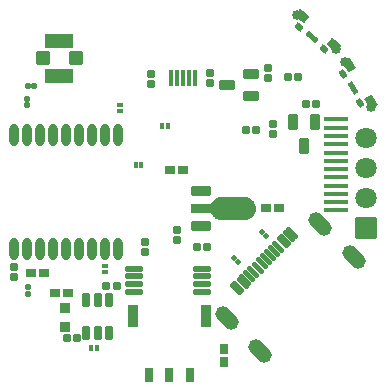
<source format=gbs>
G04 Layer: BottomSolderMaskLayer*
G04 EasyEDA v6.5.22, 2023-01-25 14:37:09*
G04 a2e63df7a23446a2ae1eb019cd18a306,9a4ed40c0dd746429eaf55b84663d2fb,10*
G04 Gerber Generator version 0.2*
G04 Scale: 100 percent, Rotated: No, Reflected: No *
G04 Dimensions in inches *
G04 leading zeros omitted , absolute positions ,3 integer and 6 decimal *
%FSLAX36Y36*%
%MOIN*%

%AMMACRO1*1,1,$1,$2,$3*1,1,$1,$4,$5*1,1,$1,0-$2,0-$3*1,1,$1,0-$4,0-$5*20,1,$1,$2,$3,$4,$5,0*20,1,$1,$4,$5,0-$2,0-$3,0*20,1,$1,0-$2,0-$3,0-$4,0-$5,0*20,1,$1,0-$4,0-$5,$2,$3,0*4,1,4,$2,$3,$4,$5,0-$2,0-$3,0-$4,0-$5,$2,$3,0*%
%AMMACRO2*1,1,$1,$2,$3*1,1,$1,$4,$5*20,1,$1,$2,$3,$4,$5,0*%
%ADD10MACRO1,0.004X0.0059X0.0256X-0.0059X0.0256*%
%ADD11MACRO1,0.0039X-0.0394X0.0059X-0.0394X-0.0059*%
%ADD12MACRO1,0.004X-0.0106X-0.0111X0.0106X-0.0111*%
%ADD13MACRO1,0.004X-0.0106X0.0111X0.0106X0.0111*%
%ADD14MACRO1,0.004X-0.0111X0.0106X-0.0111X-0.0106*%
%ADD15MACRO1,0.004X0.0111X0.0106X0.0111X-0.0106*%
%ADD16MACRO1,0.004X0.0111X-0.0106X0.0111X0.0106*%
%ADD17MACRO1,0.004X-0.0111X-0.0106X-0.0111X0.0106*%
%ADD18MACRO1,0.004X-0.0064X-0.006X0.0064X-0.006*%
%ADD19MACRO1,0.004X-0.0064X0.006X0.0064X0.006*%
%ADD20MACRO1,0.004X0.0106X0.0111X-0.0106X0.0111*%
%ADD21MACRO1,0.004X0.0106X-0.0111X-0.0106X-0.0111*%
%ADD22MACRO1,0.004X0.006X-0.0064X0.006X0.0064*%
%ADD23MACRO1,0.004X-0.006X-0.0064X-0.006X0.0064*%
%ADD24MACRO1,0.004X-0.0064X-0.0073X0.0064X-0.0073*%
%ADD25MACRO1,0.004X-0.0064X0.0073X0.0064X0.0073*%
%ADD26MACRO1,0.004X-0.0073X0.0064X-0.0073X-0.0064*%
%ADD27MACRO1,0.004X0.0073X0.0064X0.0073X-0.0064*%
%ADD28MACRO1,0.004X0.0003X0.0087X-0.0087X-0.0003*%
%ADD29MACRO1,0.004X0.0087X0.0003X-0.0003X-0.0087*%
%ADD30MACRO1,0.004X-0.0003X-0.0087X0.0087X0.0003*%
%ADD31MACRO1,0.004X-0.0087X-0.0003X0.0003X0.0087*%
%ADD32MACRO1,0.004X-0.0118X0.0197X-0.0118X-0.0197*%
%ADD33MACRO1,0.004X-0.0138X0.0354X-0.0138X-0.0354*%
%ADD34O,0.063055X0.019748*%
%ADD35MACRO1,0.004X-0.0111X0.0195X-0.0195X0.0111*%
%ADD36MACRO2,0.0512X-0.0139X0.0139X0.0139X-0.0139*%
%ADD37MACRO1,0.004X0.0138X-0.0246X0.0138X0.0246*%
%ADD38MACRO1,0.004X-0.006X0.0064X-0.006X-0.0064*%
%ADD39MACRO1,0.004X0.006X0.0064X0.006X-0.0064*%
%ADD40MACRO1,0.004X-0.0156X0.0106X-0.0156X-0.0106*%
%ADD41MACRO1,0.004X0.0156X0.0106X0.0156X-0.0106*%
%ADD42MACRO1,0.004X0.0156X-0.0106X0.0156X0.0106*%
%ADD43MACRO1,0.004X-0.0156X-0.0106X-0.0156X0.0106*%
%ADD44MACRO1,0.004X-0.0106X-0.0156X0.0106X-0.0156*%
%ADD45MACRO1,0.004X-0.0106X0.0156X0.0106X0.0156*%
%ADD46MACRO1,0.004X0.0157X0.0157X-0.0157X0.0157*%
%ADD47MACRO1,0.004X-0.0433X-0.0217X0.0433X-0.0217*%
%ADD48MACRO1,0.004X0.0197X-0.0207X0.0197X0.0207*%
%ADD49MACRO1,0.004X0.0108X-0.0197X0.0108X0.0197*%
%ADD50MACRO1,0.004X-0.0246X-0.0138X0.0246X-0.0138*%
%ADD51O,0.031559X0.07380300000000001*%
%ADD52MACRO1,0.004X-0.031X-0.0132X-0.031X0.0132*%
%ADD53MACRO1,0.004X-0.0127X0.0063X-0.0009X-0.0142*%
%ADD54MACRO1,0.004X-0.0158X0.0136X0.0039X-0.0205*%
%ADD55MACRO1,0.004X-0.0203X0.0099X-0.0016X-0.0225*%
%ADD56C,0.0335*%
%ADD57MACRO1,0.004X-0.014X0.0021X0.0035X-0.0138*%
%ADD58MACRO1,0.004X-0.0192X0.0081X0.01X-0.0183*%
%ADD59MACRO1,0.004X-0.0223X0.0032X0.0055X-0.0219*%
%ADD60MACRO1,0.004X-0.0335X-0.0335X-0.0335X0.0335*%
%ADD61C,0.0709*%
%ADD62C,0.0139*%

%LPD*%
D10*
G01*
X125698Y557400D03*
G01*
X105698Y557400D03*
G01*
X65698Y557400D03*
G01*
X45698Y557400D03*
G01*
X85698Y557400D03*
D11*
G01*
X595599Y417634D03*
G01*
X595599Y390074D03*
G01*
X595599Y334954D03*
G01*
X595599Y362514D03*
G01*
X595599Y307394D03*
G01*
X595599Y279834D03*
G01*
X595599Y114484D03*
G01*
X595599Y252274D03*
G01*
X595599Y224714D03*
G01*
X595599Y197164D03*
G01*
X595599Y169604D03*
G01*
X595599Y142044D03*
D12*
G01*
X65219Y50670D03*
D13*
G01*
X65219Y16589D03*
D14*
G01*
X-268859Y-311800D03*
D15*
G01*
X-302940Y-311800D03*
D16*
G01*
X494879Y470029D03*
D17*
G01*
X528960Y470029D03*
D18*
G01*
X-123880Y464839D03*
D19*
G01*
X-123880Y445819D03*
D20*
G01*
X-22880Y535789D03*
D21*
G01*
X-22880Y569870D03*
D22*
G01*
X14510Y394729D03*
D23*
G01*
X33530Y394729D03*
D20*
G01*
X176520Y539989D03*
D21*
G01*
X176520Y574070D03*
D12*
G01*
X366719Y590270D03*
D13*
G01*
X366719Y556189D03*
D16*
G01*
X434579Y558530D03*
D17*
G01*
X468660Y558530D03*
D22*
G01*
X-73010Y267300D03*
D23*
G01*
X-53990Y267300D03*
D12*
G01*
X-477300Y-74259D03*
D13*
G01*
X-477300Y-108340D03*
D24*
G01*
X-430999Y-140904D03*
D25*
G01*
X-430999Y-162496D03*
D26*
G01*
X-411504Y530199D03*
D27*
G01*
X-433096Y530199D03*
D18*
G01*
X-175400Y-71089D03*
D19*
G01*
X-175400Y-90109D03*
D28*
G01*
X360624Y28475D03*
D29*
G01*
X347175Y41924D03*
D30*
G01*
X255574Y-43075D03*
D31*
G01*
X269024Y-56524D03*
D32*
G01*
X-27230Y-434690D03*
G01*
X39699Y-434690D03*
G01*
X106630Y-434690D03*
D33*
G01*
X-81359Y-235879D03*
G01*
X160760Y-235879D03*
D14*
G01*
X-136359Y-138499D03*
D15*
G01*
X-170440Y-138499D03*
D34*
G01*
X-79650Y-156669D03*
G01*
X-79650Y-131069D03*
G01*
X-79650Y-105470D03*
G01*
X-79650Y-79870D03*
G01*
X148689Y-156669D03*
G01*
X148689Y-131069D03*
G01*
X148689Y-105470D03*
G01*
X148689Y-79870D03*
D35*
G01*
X425274Y15962D03*
G01*
X416929Y7617D03*
G01*
X402999Y-6311D03*
G01*
X389104Y-20205D03*
G01*
X375211Y-34101D03*
G01*
X361280Y-48030D03*
G01*
X347350Y-61961D03*
G01*
X333420Y-75889D03*
G01*
X319490Y-89820D03*
G01*
X305560Y-103750D03*
G01*
X291666Y-117645D03*
G01*
X283286Y-126024D03*
G01*
X439203Y29892D03*
G01*
X447546Y38236D03*
G01*
X269427Y-139883D03*
G01*
X261048Y-148262D03*
D36*
G01*
X542790Y69410D03*
G01*
X654140Y-41950D03*
G01*
X229879Y-243490D03*
G01*
X341240Y-354850D03*
D16*
G01*
X131359Y-8700D03*
D17*
G01*
X165440Y-8700D03*
D37*
G01*
X449899Y408669D03*
G01*
X524699Y408669D03*
G01*
X487299Y329929D03*
D12*
G01*
X386099Y402240D03*
D13*
G01*
X386099Y368159D03*
D14*
G01*
X327640Y383799D03*
D15*
G01*
X293559Y383799D03*
D38*
G01*
X-201790Y-344099D03*
D39*
G01*
X-220810Y-344099D03*
D40*
G01*
X84158Y247899D03*
D41*
G01*
X41240Y247899D03*
D42*
G01*
X361741Y122100D03*
D43*
G01*
X404659Y122100D03*
D44*
G01*
X220500Y-347840D03*
D45*
G01*
X220500Y-390758D03*
D46*
G01*
X-308443Y-210490D03*
G01*
X-308719Y-273443D03*
D47*
G01*
X-327195Y562644D03*
D48*
G01*
X-271099Y621700D03*
D47*
G01*
X-327197Y680755D03*
D48*
G01*
X-383301Y621700D03*
D49*
G01*
X-162677Y-184551D03*
G01*
X-200077Y-184551D03*
G01*
X-237476Y-184551D03*
G01*
X-237476Y-294791D03*
G01*
X-200077Y-294791D03*
G01*
X-162677Y-294791D03*
D12*
G01*
X-41100Y8440D03*
D13*
G01*
X-41100Y-25640D03*
D50*
G01*
X310569Y570099D03*
G01*
X310569Y495300D03*
G01*
X231829Y532700D03*
D24*
G01*
X-434400Y487296D03*
D25*
G01*
X-434400Y465704D03*
D42*
G01*
X-422659Y-93700D03*
D43*
G01*
X-379741Y-93700D03*
D51*
G01*
X-132170Y-13029D03*
G01*
X-175479Y-13029D03*
G01*
X-218789Y-13029D03*
G01*
X-262089Y-13029D03*
G01*
X-305399Y-13029D03*
G01*
X-348710Y-13029D03*
G01*
X-392010Y-13029D03*
G01*
X-435320Y-13029D03*
G01*
X-478630Y-13029D03*
G01*
X-478630Y365830D03*
G01*
X-435320Y365830D03*
G01*
X-392010Y365830D03*
G01*
X-348710Y365830D03*
G01*
X-305399Y365830D03*
G01*
X-262089Y365830D03*
G01*
X-218789Y365830D03*
G01*
X-175479Y365830D03*
G01*
X-132170Y365830D03*
D52*
G01*
X145101Y61949D03*
G01*
X145101Y180059D03*
G36*
X213519Y81630D02*
G01*
X209920Y82029D01*
X208019Y82330D01*
X204420Y83130D01*
X202719Y83730D01*
X200919Y84329D01*
X199219Y85030D01*
X197619Y85830D01*
X196019Y86729D01*
X192820Y88730D01*
X191319Y89830D01*
X189920Y90929D01*
X188519Y92229D01*
X185919Y94830D01*
X184819Y96230D01*
X183620Y97730D01*
X181620Y100729D01*
X180720Y102429D01*
X179819Y104229D01*
X179420Y106030D01*
X112119Y106030D01*
X112119Y135929D01*
X179420Y135929D01*
X179819Y137829D01*
X180720Y139630D01*
X181620Y141230D01*
X182619Y142730D01*
X183620Y144329D01*
X184819Y145729D01*
X185919Y147130D01*
X187219Y148530D01*
X188519Y149830D01*
X191319Y152229D01*
X192820Y153229D01*
X194420Y154329D01*
X197619Y156129D01*
X199219Y156929D01*
X200919Y157629D01*
X202719Y158229D01*
X204420Y158829D01*
X206220Y159329D01*
X208019Y159630D01*
X209920Y159929D01*
X211719Y160230D01*
X213519Y160329D01*
X290219Y160329D01*
X292119Y160230D01*
X297519Y159329D01*
X299319Y158829D01*
X301120Y158229D01*
X302820Y157629D01*
X304520Y156929D01*
X306220Y156129D01*
X309420Y154329D01*
X310919Y153229D01*
X312420Y152229D01*
X315219Y149830D01*
X316520Y148530D01*
X317820Y147130D01*
X319020Y145729D01*
X320119Y144329D01*
X321220Y142730D01*
X322219Y141230D01*
X323119Y139630D01*
X324719Y136230D01*
X325919Y132829D01*
X326920Y129229D01*
X327519Y125630D01*
X327619Y123730D01*
X327719Y121929D01*
X327719Y120030D01*
X327519Y116430D01*
X327219Y114529D01*
X326920Y112730D01*
X325919Y109130D01*
X324719Y105729D01*
X323919Y104029D01*
X323119Y102429D01*
X322219Y100729D01*
X321220Y99229D01*
X319020Y96230D01*
X317820Y94830D01*
X315219Y92229D01*
X313819Y90929D01*
X312420Y89830D01*
X310919Y88730D01*
X309420Y87730D01*
X307820Y86729D01*
X306220Y85830D01*
X304520Y85030D01*
X302820Y84329D01*
X301120Y83730D01*
X299319Y83130D01*
X295720Y82330D01*
X293919Y82029D01*
X292119Y81829D01*
X290219Y81630D01*
G37*
D40*
G01*
X-299641Y-161900D03*
D41*
G01*
X-342559Y-161900D03*
D53*
G01*
X619482Y569293D03*
G01*
X674600Y473826D03*
D54*
G01*
X650927Y523803D03*
D55*
G01*
X710890Y475457D03*
G01*
X639040Y599906D03*
D56*
G01*
X712139Y459130D03*
G01*
X625529Y609149D03*
D57*
G01*
X472160Y727028D03*
G01*
X554081Y653265D03*
D58*
G01*
X516124Y693482D03*
D59*
G01*
X588092Y666032D03*
G01*
X481301Y762185D03*
D56*
G01*
X594319Y650889D03*
G01*
X465599Y766799D03*
D60*
G01*
X693299Y55699D03*
D61*
G01*
X693299Y155700D03*
G01*
X693299Y255700D03*
G01*
X693299Y355700D03*
M02*

</source>
